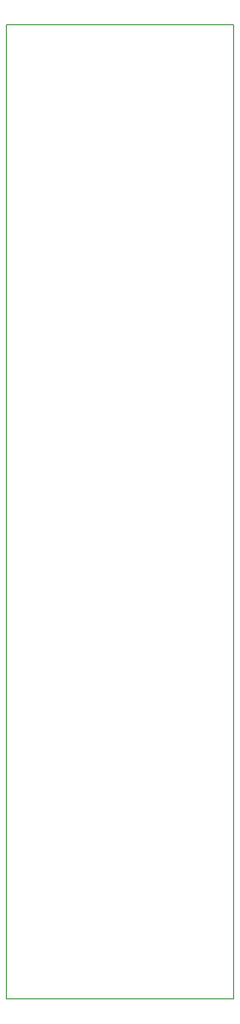
<source format=gbr>
G04 #@! TF.GenerationSoftware,KiCad,Pcbnew,(5.0.0-rc2-dev-311-g1dd4af297)*
G04 #@! TF.CreationDate,2018-06-04T15:35:21+02:00*
G04 #@! TF.ProjectId,resetUSB,72657365745553422E6B696361645F70,1.0*
G04 #@! TF.SameCoordinates,PX6ad8e7cPY2bcdfd4*
G04 #@! TF.FileFunction,Legend,Bot*
G04 #@! TF.FilePolarity,Positive*
%FSLAX46Y46*%
G04 Gerber Fmt 4.6, Leading zero omitted, Abs format (unit mm)*
G04 Created by KiCad (PCBNEW (5.0.0-rc2-dev-311-g1dd4af297)) date 06/04/18 15:35:21*
%MOMM*%
%LPD*%
G01*
G04 APERTURE LIST*
%ADD10C,0.200000*%
%ADD11C,0.150000*%
G04 APERTURE END LIST*
D10*
X39000000Y-167000000D02*
X39000000Y0D01*
X0Y-167000000D02*
X39000000Y-167000000D01*
X0Y0D02*
X0Y-167000000D01*
D11*
X39000000Y0D02*
X0Y0D01*
M02*

</source>
